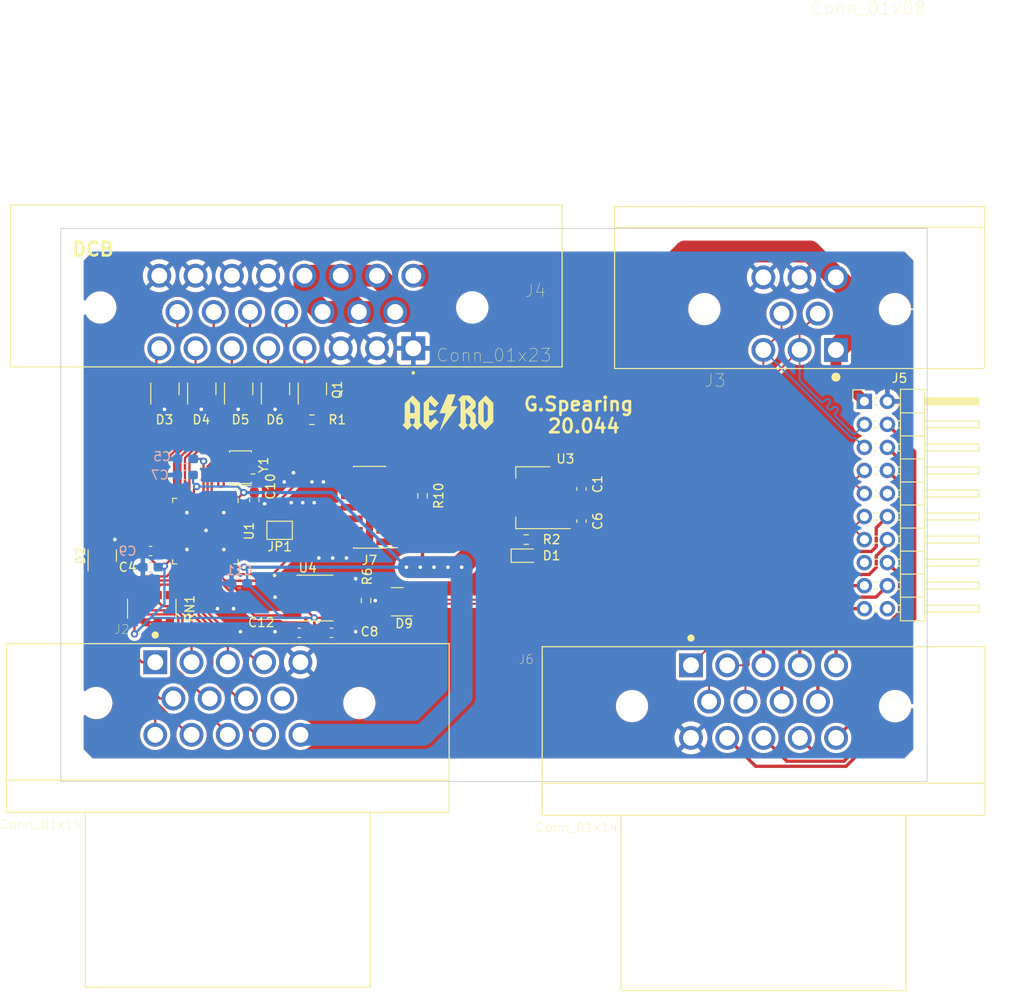
<source format=kicad_pcb>
(kicad_pcb (version 20211014) (generator pcbnew)
  (layers (0 "F.Cu" signal) (31 "B.Cu" signal) (34 "B.Paste" user) (35 "F.Paste" user) (36 "B.SilkS" user "B.Silkscreen") (37 "F.SilkS" user "F.Silkscreen") (38 "B.Mask" user) (39 "F.Mask" user) (44 "Edge.Cuts" user))
  (net 0 "")
  (net 1 "GND")
  (net 2 "+3V3")
  (net 3 "Net-(C5-Pad1)")
  (net 4 "+12V")
  (net 5 "Net-(U1-Pad5)")
  (net 6 "Net-(C4-Pad1)")
  (net 7 "A13_SWDIO")
  (net 8 "A14_SWCLK")
  (net 9 "B3_TRACESWO")
  (net 10 "/START_BTN")
  (net 11 "/RTD_LED")
  (net 12 "/IMD_LED")
  (net 13 "/AMS_LED")
  (net 14 "/POT_REGEN")
  (net 15 "/POT_BRAKE")
  (net 16 "/LCD_BTN")
  (net 17 "/LCD_SCL")
  (net 18 "/LCD_SDA")
  (net 19 "/SW_COOLING")
  (net 20 "/SW_DIRECTION")
  (net 21 "/CAN_N")
  (net 22 "/CAN_P")
  (net 23 "/WHEEL_L")
  (net 24 "/WHEEL_R")
  (net 25 "/PEDAL_1")
  (net 26 "/PEDAL_2")
  (net 27 "/SUSPENSION_L")
  (net 28 "/SUSPENSION_R")
  (net 29 "/BRAKE_1")
  (net 30 "/BRAKE_2")
  (net 31 "Net-(D1-Pad2)")
  (net 36 "Net-(U1-Pad6)")
  (net 37 "/RTD_IND_OUT")
  (net 45 "/12V_OUT")
  (net 46 "/CURRENT_GND")
  (net 47 "/5V_OUT")
  (net 48 "/CURRENT_3")
  (net 49 "/CURRENT_2")
  (net 50 "/CURRENT_1")
  (net 51 "/USB_GND")
  (net 52 "/USB_PWR")
  (net 53 "/USB_D-")
  (net 54 "/USB_D+")
  (net 55 "/Heater")
  (net 56 "/FAN")
  (net 57 "/BUZZER")
  (net 59 "/DISP+")
  (net 60 "/DISP-")
  (net 65 "Net-(J7-Pad11)")
  (net 69 "Net-(JP1-Pad2)")
  (net 70 "/RTD_IND_SIG")
  (net 71 "/CAN_RX")
  (net 72 "/CAN_TX")
  (footprint "AERO_Footprints:TE_1-770669-1_23pin_Horizontal" (layer "F.Cu") (at 102.362 89.408 180)
    (fp_text reference "J4")
    (fp_text value "Conn_01x23")
  )
  (footprint "Capacitor_SMD:C_0603_1608Metric_Pad1.08x0.95mm_HandSolder" (layer "F.Cu") (at 89.789 120.777 180)
    (fp_text reference "C12")
    (fp_text value "0.1u")
  )
  (footprint "Resistor_SMD:R_0603_1608Metric_Pad0.98x0.95mm_HandSolder" (layer "F.Cu") (at 97.155 117.221 -90)
    (fp_text reference "R6")
    (fp_text value "120")
  )
  (footprint "Resistor_SMD:R_0603_1608Metric_Pad0.98x0.95mm_HandSolder" (layer "F.Cu") (at 91.186 97.282)
    (fp_text reference "R1")
    (fp_text value "10k")
  )
  (footprint "Capacitor_SMD:C_0603_1608Metric_Pad1.08x0.95mm_HandSolder" (layer "F.Cu") (at 93.345 120.777)
    (fp_text reference "C8")
    (fp_text value "0.1u")
  )
  (footprint "AERO_Footprints:TE_1-776280-1_8pin_Horizontal" (layer "F.Cu") (at 144.948 85.09 180)
    (fp_text reference "J3")
    (fp_text value "Conn_01x08")
  )
  (footprint "Package_DFN_QFN:QFN-48-1EP_7x7mm_P0.5mm_EP5.6x5.6mm" (layer "F.Cu") (at 79.4392 109.5587 -90)
    (fp_text reference "U1")
    (fp_text value "STM32F413CGUx")
  )
  (footprint "AERO_Footprints:SOIC127P600X175-8N" (layer "F.Cu") (at 91.514 116.9416)
    (fp_text reference "U4")
    (fp_text value "MAX33054EASA+T")
  )
  (footprint "Capacitor_SMD:C_0603_1608Metric_Pad1.08x0.95mm_HandSolder" (layer "F.Cu") (at 120.904 104.902 -90)
    (fp_text reference "C1")
    (fp_text value ".1u")
  )
  (footprint "Resistor_SMD:R_Array_Convex_4x1206" (layer "F.Cu") (at 73.533 118.11 -90)
    (fp_text reference "RN1")
    (fp_text value "R_Pack04")
  )
  (footprint "Package_TO_SOT_SMD:SOT-23" (layer "F.Cu") (at 91.2368 93.8784 90)
    (fp_text reference "Q1")
    (fp_text value "2N7002")
  )
  (footprint "AERO_Footprints:TE_1-776266-1_14pin_Horizontal" (layer "F.Cu") (at 140.97 128.3535)
    (fp_text reference "J6")
    (fp_text value "Conn_01x14")
  )
  (footprint "Capacitor_SMD:C_0603_1608Metric_Pad1.08x0.95mm_HandSolder" (layer "F.Cu") (at 120.904 108.458 -90)
    (fp_text reference "C6")
    (fp_text value "10u")
  )
  (footprint "Jumper:SolderJumper-2_P1.3mm_Bridged_Pad1.0x1.5mm" (layer "F.Cu") (at 87.63 109.474 180)
    (fp_text reference "JP1")
    (fp_text value "SolderJumper_2_Bridged")
  )
  (footprint "Resistor_SMD:R_0603_1608Metric_Pad0.98x0.95mm_HandSolder" (layer "F.Cu") (at 114.808 110.49 180)
    (fp_text reference "R2")
    (fp_text value "330")
  )
  (footprint "Capacitor_SMD:C_0603_1608Metric_Pad1.08x0.95mm_HandSolder" (layer "F.Cu") (at 73.406 111.76 180)
    (fp_text reference "C4")
    (fp_text value "4.7u")
  )
  (footprint "AERO_Footprints:TE_1-776266-1_14pin_Horizontal" (layer "F.Cu") (at 81.915 128.016)
    (fp_text reference "J2")
    (fp_text value "Conn_01x14")
  )
  (footprint "Package_TO_SOT_SMD:SOT-223-3_TabPin2" (layer "F.Cu") (at 115.57 105.8755 180)
    (fp_text reference "U3")
    (fp_text value "LDL1117S33R")
  )
  (footprint "Connector_PinHeader_2.54mm:PinHeader_2x10_P2.54mm_Horizontal" (layer "F.Cu") (at 152.084 95.255)
    (fp_text reference "J5")
    (fp_text value "Conn_02x10_Counter_Clockwise")
  )
  (footprint "LED_SMD:LED_0603_1608Metric_Pad1.05x0.95mm_HandSolder" (layer "F.Cu") (at 114.808 112.268)
    (fp_text reference "D1")
    (fp_text value "LED")
  )
  (footprint "Package_TO_SOT_SMD:SOT-23" (layer "F.Cu") (at 87.1728 93.8784 90)
    (fp_text reference "D6")
    (fp_text value "SP0502BAHT")
  )
  (footprint "Package_TO_SOT_SMD:SOT-23" (layer "F.Cu") (at 79.0448 93.8784 90)
    (fp_text reference "D4")
    (fp_text value "SP0502BAHT")
  )
  (footprint "Package_TO_SOT_SMD:SOT-23" (layer "F.Cu") (at 100.584 117.348 180)
    (fp_text reference "D9")
    (fp_text value "DESD2CAN2SOQ-7")
  )
  (footprint "Capacitor_SMD:C_0603_1608Metric_Pad1.08x0.95mm_HandSolder" (layer "F.Cu") (at 84.836 106.172 -90)
    (fp_text reference "C10")
    (fp_text value "0.1u")
  )
  (footprint "Connector_PinHeader_1.27mm:PinHeader_2x07_P1.27mm_Vertical_SMD" (layer "F.Cu") (at 97.536 106.934 180)
    (fp_text reference "J7")
    (fp_text value "FTSH-107-01-F-DV-K")
  )
  (footprint "Package_TO_SOT_SMD:SOT-23" (layer "F.Cu") (at 68.072 112.268 90)
    (fp_text reference "D2")
    (fp_text value "SP0502BAHT")
  )
  (footprint "Package_TO_SOT_SMD:SOT-23" (layer "F.Cu") (at 83.1088 93.8784 90)
    (fp_text reference "D5")
    (fp_text value "SP0502BAHT")
  )
  (footprint "AERO_Footprints:Resonator_SMD_muRata_CSTxExxV-3Pin_3.0x1.1mm_HandSoldering" (layer "F.Cu") (at 83.312 102.5144 90)
    (fp_text reference "Y1")
    (fp_text value "CSTNE8M00")
  )
  (footprint "AERO_Footprints:AERO_Logo_10x4mm" (layer "F.Cu") (at 106.172 96.52)
    (fp_text reference "G***" hide)
    (fp_text value "LOGO" hide)
  )
  (footprint "Package_TO_SOT_SMD:SOT-23" (layer "F.Cu") (at 74.9808 93.8784 90)
    (fp_text reference "D3")
    (fp_text value "SP0502BAHT")
  )
  (footprint "Resistor_SMD:R_0603_1608Metric_Pad0.98x0.95mm_HandSolder" (layer "F.Cu") (at 103.378 105.664 90)
    (fp_text reference "R10")
    (fp_text value "100")
  )
  (footprint "Capacitor_SMD:C_0603_1608Metric_Pad1.08x0.95mm_HandSolder" (layer "B.Cu") (at 77.2425 101.6 180)
    (fp_text reference "C5")
    (fp_text value "0.1u")
  )
  (footprint "Capacitor_SMD:C_0603_1608Metric_Pad1.08x0.95mm_HandSolder" (layer "B.Cu") (at 77.216 103.378 180)
    (fp_text reference "C7")
    (fp_text value "0.1u")
  )
  (footprint "Capacitor_SMD:C_0603_1608Metric_Pad1.08x0.95mm_HandSolder" (layer "B.Cu") (at 73.406 113.538 180)
    (fp_text reference "C9")
    (fp_text value "0.1u")
  )
  (footprint "Capacitor_SMD:C_0603_1608Metric_Pad1.08x0.95mm_HandSolder" (layer "B.Cu") (at 83.185 115.316 180)
    (fp_text reference "C11")
    (fp_text value "0.1u")
  )
  (gr_rect (start 63.5 137.16) (end 159.004 76.2) (layer "Edge.Cuts") (width 0.1) (fill none))
  (gr_text "DCB" (at 67.056 78.486) (layer "F.SilkS") (effects (font (size 1.5 1.5) (thickness 0.3))))
  (gr_text "G.Spearing \n20.044" (at 121.158 96.774) (layer "F.SilkS") (effects (font (size 1.5 1.5) (thickness 0.3))))
  (segment (start 78.6892 108.8087) (end 79.4392 109.5587) (width 0.25) (layer "F.Cu") (net 1))
  (segment (start 81.6892 112.9962) (end 81.6892 111.8087) (width 0.254) (layer "F.Cu") (net 1))
  (segment (start 77.4072 111.5907) (end 79.4392 109.5587) (width 0.254) (layer "F.Cu") (net 1))
  (segment (start 81.6892 107.3087) (end 81.4712 107.5267) (width 0.254) (layer "F.Cu") (net 1))
  (segment (start 78.6892 106.1212) (end 78.6892 108.8087) (width 0.25) (layer "F.Cu") (net 1))
  (segment (start 82.8767 107.3087) (end 81.6892 107.3087) (width 0.254) (layer "F.Cu") (net 1))
  (segment (start 81.4712 111.5907) (end 79.4392 109.5587) (width 0.254) (layer "F.Cu") (net 1))
  (segment (start 79.51295 109.48495) (end 79.4392 109.5587) (width 0.254) (layer "F.Cu") (net 1))
  (segment (start 77.1892 111.8087) (end 79.4392 109.5587) (width 0.254) (layer "F.Cu") (net 1))
  (segment (start 81.4712 107.5267) (end 79.51295 109.48495) (width 0.254) (layer "F.Cu") (net 1))
  (segment (start 81.6892 111.8087) (end 79.4392 109.5587) (width 0.254) (layer "F.Cu") (net 1))
  (segment (start 76.0017 111.8087) (end 77.1892 111.8087) (width 0.254) (layer "F.Cu") (net 1))
  (via (at 74.93 96.139) (size 0.8) (drill 0.4) (layers "F.Cu" "B.Cu") (net 1))
  (via (at 88.138 104.14) (size 0.8) (drill 0.4) (layers "F.Cu" "B.Cu") (net 1))
  (via (at 78.994 96.139) (size 0.8) (drill 0.4) (layers "F.Cu" "B.Cu") (net 1))
  (via (at 83.058 96.139) (size 0.8) (drill 0.4) (layers "F.Cu" "B.Cu") (net 1))
  (via (at 83.312 120.65) (size 0.8) (drill 0.4) (layers "F.Cu" "B.Cu") (net 1))
  (via (at 96.012 120.65) (size 0.8) (drill 0.4) (layers "F.Cu" "B.Cu") (net 1))
  (via (at 91.948 112.522) (size 0.8) (drill 0.4) (layers "F.Cu" "B.Cu") (net 1))
  (via (at 91.186 104.14) (size 0.8) (drill 0.4) (layers "F.Cu" "B.Cu") (net 1))
  (via (at 81.4712 107.5267) (size 0.8) (drill 0.4) (layers "F.Cu" "B.Cu") (net 1))
  (via (at 69.469 110.49) (size 0.8) (drill 0.4) (layers "F.Cu" "B.Cu") (net 1))
  (via (at 94.996 112.522) (size 0.8) (drill 0.4) (layers "F.Cu" "B.Cu") (net 1))
  (via (at 77.4072 111.5907) (size 0.8) (drill 0.4) (layers "F.Cu" "B.Cu") (net 1))
  (via (at 88.9 106.426) (size 0.8) (drill 0.4) (layers "F.Cu" "B.Cu") (net 1))
  (via (at 79.51295 109.48495) (size 0.8) (drill 0.4) (layers "F.Cu" "B.Cu") (net 1))
  (via (at 93.472 112.522) (size 0.8) (drill 0.4) (layers "F.Cu" "B.Cu") (net 1))
  (via (at 87.122 116.84) (size 0.8) (drill 0.4) (layers "F.Cu" "B.Cu") (net 1))
  (via (at 98.171 117.221) (size 0.8) (drill 0.4) (layers "F.Cu" "B.Cu") (net 1))
  (via (at 89.154 103.124) (size 0.8) (drill 0.4) (layers "F.Cu" "B.Cu") (net 1))
  (via (at 92.456 104.14) (size 0.8) (drill 0.4) (layers "F.Cu" "B.Cu") (net 1))
  (via (at 77.4072 107.5267) (size 0.8) (drill 0.4) (layers "F.Cu" "B.Cu") (net 1))
  (via (at 81.4712 111.5907) (size 0.8) (drill 0.4) (layers "F.Cu" "B.Cu") (net 1))
  (via (at 91.44 106.426) (size 0.8) (drill 0.4) (layers "F.Cu" "B.Cu") (net 1))
  (via (at 96.012 114.808) (size 0.8) (drill 0.4) (layers "F.Cu" "B.Cu") (net 1))
  (via (at 90.17 106.426) (size 0.8) (drill 0.4) (layers "F.Cu" "B.Cu") (net 1))
  (via (at 80.772 118.11) (size 0.8) (drill 0.4) (layers "F.Cu" "B.Cu") (net 1))
  (via (at 82.55 118.11) (size 0.8) (drill 0.4) (layers "F.Cu" "B.Cu") (net 1))
  (via (at 87.122 120.65) (size 0.8) (drill 0.4) (layers "F.Cu" "B.Cu") (net 1))
  (via (at 87.122 96.139) (size 0.8) (drill 0.4) (layers "F.Cu" "B.Cu") (net 1))
  (via (at 85.979 106.553) (size 0.8) (drill 0.4) (layers "F.Cu" "B.Cu") (net 1))
  (segment (start 112.42 108.56) (end 108.458 112.522) (width 2.4) (layer "F.Cu") (net 2))
  (segment (start 100.362 85.408) (end 92.362 85.408) (width 2.4) (layer "F.Cu") (net 2))
  (segment (start 112.42 105.8755) (end 112.42 94.041978) (width 2.4) (layer "F.Cu") (net 2))
  (segment (start 103.786022 85.408) (end 100.362 85.408) (width 2.4) (layer "F.Cu") (net 2))
  (segment (start 113.8955 108.6085) (end 116.6285 105.8755) (width 0.36) (layer "F.Cu") (net 2))
  (segment (start 71.628 120.904) (end 71.628 119.705) (width 0.254) (layer "F.Cu") (net 2))
  (segment (start 107.442 113.538) (end 101.854 113.538) (width 2.4) (layer "F.Cu") (net 2))
  (segment (start 90.362 81.408) (end 90.362 83.408) (width 2.4) (layer "F.Cu") (net 2))
  (segment (start 82.8767 106.0993) (end 82.8767 106.8087) (width 0.25) (layer "F.Cu") (net 2))
  (segment (start 84.836 105.3095) (end 83.6665 105.3095) (width 0.25) (layer "F.Cu") (net 2))
  (segment (start 71.533 119.61) (end 75.533 119.61) (width 0.254) (layer "F.Cu") (net 2))
  (segment (start 98.362 81.408) (end 90.362 81.408) (width 2.4) (layer "F.Cu") (net 2))
  (segment (start 112.42 105.8755) (end 112.42 108.56) (width 2.4) (layer "F.Cu") (net 2))
  (segment (start 89.8906 117.5766) (end 89.039 117.5766) (width 0.254) (layer "F.Cu") (net 2))
  (segment (start 83.693 113.538) (end 82.731 113.538) (width 0.254) (layer "F.Cu") (net 2))
  (segment (start 91.44 119.7345) (end 92.4825 120.777) (width 0.254) (layer "F.Cu") (net 2))
  (segment (start 100.362 83.408) (end 98.362 81.408) (width 2.4) (layer "F.Cu") (net 2))
  (segment (start 74.1945 113.411) (end 72.5435 111.76) (width 0.254) (layer "F.Cu") (net 2))
  (segment (start 120.904 107.5955) (end 120.44 107.5955) (width 0.36) (layer "F.Cu") (net 2))
  (segment (start 103.378 111.252) (end 101.6 109.474) (width 0.36) (layer "F.Cu") (net 2))
  (segment (start 100.362 85.408) (end 100.362 83.408) (width 2.4) (layer "F.Cu") (net 2))
  (segment (start 103.378 113.538) (end 103.378 111.252) (width 0.36) (layer "F.Cu") (net 2))
  (segment (start 93.7096 119.126) (end 93.989 118.8466) (width 0.254) (layer "F.Cu") (net 2))
  (segment (start 94.362 81.408) (end 94.362 83.408) (width 2.4) (layer "F.Cu") (net 2))
  (segment (start 71.628 119.705) (end 71.533 119.61) (width 0.254) (layer "F.Cu") (net 2))
  (segment (start 91.44 119.126) (end 91.44 119.7345) (width 0.254) (layer "F.Cu") (net 2))
  (segment (start 108.458 112.522) (end 107.442 113.538) (width 2.4) (layer "F.Cu") (net 2))
  (segment (start 74.93 113.411) (end 74.1945 113.411) (width 0.254) (layer "F.Cu") (net 2))
  (segment (start 107.696 113.284) (end 107.442 113.538) (width 2.4) (layer "F.Cu") (net 2))
  (segment (start 116.6285 105.8755) (end 118.72 105.8755) (width 0.36) (layer "F.Cu") (net 2))
  (segment (start 90.362 83.408) (end 92.362 85.408) (width 2.4) (layer "F.Cu") (net 2))
  (segment (start 113.8955 110.49) (end 113.8955 108.6085) (width 0.36) (layer "F.Cu") (net 2))
  (segment (start 78.1892 104.9448) (end 78.1892 106.1212) (width 0.25) (layer "F.Cu") (net 2))
  (segment (start 83.6665 105.3095) (end 82.8767 106.0993) (width 0.25) (layer "F.Cu") (net 2))
  (segment (start 108.458 112.522) (end 107.696 113.284) (width 2.4) (layer "F.Cu") (net 2))
  (segment (start 101.6 109.474) (end 99.486 109.474) (width 0.36) (layer "F.Cu") (net 2))
  (segment (start 74.93 113.411) (end 74.93 113.3804) (width 0.254) (layer "F.Cu") (net 2))
  (segment (start 91.44 119.9885) (end 90.6515 120.777) (width 0.254) (layer "F.Cu") (net 2))
  (segment (start 91.44 119.126) (end 93.7096 119.126) (width 0.254) (layer "F.Cu") (net 2))
  (segment (start 91.44 119.126) (end 91.44 119.9885) (width 0.254) (layer "F.Cu") (net 2))
  (segment (start 112.42 94.041978) (end 103.786022 85.408) (width 2.4) (layer "F.Cu") (net 2))
  (segment (start 82.731 113.538) (end 82.1892 112.9962) (width 0.254) (layer "F.Cu") (net 2))
  (segment (start 107.442 113.538) (end 106.68 113.538) (width 2.4) (layer "F.Cu") (net 2))
  (segment (start 94.362 83.408) (end 96.362 85.408) (width 2.4) (layer "F.Cu") (net 2))
  (segment (start 78.486 104.648) (end 78.1892 104.9448) (width 0.25) (layer "F.Cu") (net 2))
  (segment (start 120.44 107.5955) (end 118.72 105.8755) (width 0.36) (layer "F.Cu") (net 2))
  (segment (start 91.44 119.126) (end 89.8906 117.5766) (width 0.254) (layer "F.Cu") (net 2))
  (segment (start 74.93 113.3804) (end 76.0017 112.3087) (width 0.254) (layer "F.Cu") (net 2))
  (segment (start 118.72 105.8755) (end 112.42 105.8755) (width 1.2) (layer "F.Cu") (net 2))
  (via (at 78.486 104.648) (size 0.8) (drill 0.4) (layers "F.Cu" "B.Cu") (net 2))
  (via (at 106.172 113.538) (size 0.8) (drill 0.4) (layers "F.Cu" "B.Cu") (net 2))
  (via (at 101.6 113.538) (size 0.8) (drill 0.4) (layers "F.Cu" "B.Cu") (net 2))
  (via (at 83.6665 105.3095) (size 0.8) (drill 0.4) (layers "F.Cu" "B.Cu") (net 2))
  (via (at 104.648 113.538) (size 0.8) (drill 0.4) (layers "F.Cu" "B.Cu") (net 2))
  (via (at 71.628 120.904) (size 0.8) (drill 0.4) (layers "F.Cu" "B.Cu") (net 2))
  (via (at 107.696 113.538) (size 0.8) (drill 0.4) (layers "F.Cu" "B.Cu") (net 2))
  (via (at 103.124 113.538) (size 0.8) (drill 0.4) (layers "F.Cu" "B.Cu") (net 2))
  (via (at 91.44 119.126) (size 0.8) (drill 0.4) (layers "F.Cu" "B.Cu") (net 2))
  (via (at 83.693 113.538) (size 0.8) (drill 0.4) (layers "F.Cu" "B.Cu") (net 2))
  (via (at 74.93 113.411) (size 0.8) (drill 0.4) (layers "F.Cu" "B.Cu") (net 2))
  (segment (start 103.442 132.016) (end 107.696 127.762) (width 2.4) (layer "B.Cu") (net 2))
  (segment (start 103.378 113.538) (end 102.362 113.538) (width 0.36) (layer "B.Cu") (net 2))
  (segment (start 102.362 113.538) (end 101.854 113.538) (width 0.36) (layer "B.Cu") (net 2))
  (segment (start 74.93 117.602) (end 71.628 120.904) (width 0.254) (layer "B.Cu") (net 2))
  (segment (start 101.854 113.538) (end 83.693 113.538) (width 0.36) (layer "B.Cu") (net 2))
  (segment (start 101.6 113.538) (end 93.3715 105.3095) (width 0.36) (layer "B.Cu") (net 2))
  (segment (start 93.3715 105.3095) (end 83.6665 105.3095) (width 0.36) (layer "B.Cu") (net 2))
  (segment (start 73.406 119.126) (end 71.628 120.904) (width 0.254) (layer "B.Cu") (net 2))
  (segment (start 84.0475 115.316) (end 84.0475 113.8925) (width 0.254) (layer "B.Cu") (net 2))
  (segment (start 84.0475 113.8925) (end 83.693 113.538) (width 0.254) (layer "B.Cu") (net 2))
  (segment (start 104.648 113.538) (end 105.664 113.538) (width 2.4) (layer "B.Cu") (net 2))
  (segment (start 103.378 113.538) (end 101.854 113.538) (width 2.4) (layer "B.Cu") (net 2))
  (segment (start 78.486 104.648) (end 83.005 104.648) (width 0.25) (layer "B.Cu") (net 2))
  (segment (start 87.8575 119.126) (end 91.44 119.126) (width 0.254) (layer "B.Cu") (net 2))
  (segment (start 74.2685 113.538) (end 74.803 113.538) (width 0.254) (layer "B.Cu") (net 2))
  (segment (start 78.0785 104.2405) (end 78.486 104.648) (width 0.25) (layer "B.Cu") (net 2))
  (segment (start 107.696 127.762) (end 107.696 113.284) (width 2.4) (layer "B.Cu") (net 2))
  (segment (start 103.378 113.538) (end 104.648 113.538) (width 2.4) (layer "B.Cu") (net 2))
  (segment (start 105.664 113.538) (end 106.68 113.538) (width 2.4) (layer "B.Cu") (net 2))
  (segment (start 83.005 104.648) (end 83.6665 105.3095) (width 0.25) (layer "B.Cu") (net 2))
  (segment (start 74.93 113.411) (end 74.93 117.602) (width 0.254) (layer "B.Cu") (net 2))
  (segment (start 89.915 132.016) (end 103.442 132.016) (width 2.4) (layer "B.Cu") (net 2))
  (segment (start 87.8575 119.126) (end 73.406 119.126) (width 0.254) (layer "B.Cu") (net 2))
  (segment (start 84.0475 115.316) (end 87.8575 119.126) (width 0.254) (layer "B.Cu") (net 2))
  (segment (start 78.0785 103.378) (end 78.0785 104.2405) (width 0.25) (layer "B.Cu") (net 2))
  (segment (start 79.23968 106.07072) (end 79.23968 101.86232) (width 0.25) (layer "F.Cu") (net 3))
  (segment (start 79.23968 101.86232) (end 79.248 101.854) (width 0.25) (layer "F.Cu") (net 3))
  (segment (start 79.1892 106.1212) (end 79.23968 106.07072) (width 0.25) (layer "F.Cu") (net 3))
  (via (at 79.248 101.854) (size 0.8) (drill 0.4) (layers "F.Cu" "B.Cu") (net 3))
  (segment (start 78.994 101.6) (end 79.248 101.854) (width 0.25) (layer "B.Cu") (net 3))
  (segment (start 78.105 101.6) (end 78.994 101.6) (width 0.25) (layer "B.Cu") (net 3))
  (segment (start 129.794 81.28) (end 129.794 94.996) (width 2.4) (layer "F.Cu") (net 4))
  (segment (start 148.948 92.119) (end 152.084 95.255) (width 1.2) (layer "F.Cu") (net 4))
  (segment (start 131.572 79.502) (end 129.794 81.28) (width 2.4) (layer "F.Cu") (net 4))
  (segment (start 132.334 78.74) (end 131.572 79.502) (width 2.4) (layer "F.Cu") (net 4))
  (segment (start 148.948 89.59) (end 148.948 92.119) (width 1.2) (layer "F.Cu") (net 4))
  (segment (start 121.2145 103.5755) (end 118.72 103.5755) (width 2.4) (layer "F.Cu") (net 4))
  (segment (start 129.794 94.996) (end 121.2145 103.5755) (width 2.4) (layer "F.Cu") (net 4))
  (segment (start 146.098 78.74) (end 132.334 78.74) (width 2.4) (layer "F.Cu") (net 4))
  (segment (start 148.948 81.59) (end 150.876 83.518) (width 2.4) (layer "F.Cu") (net 4))
  (segment (start 148.948 81.59) (end 146.098 78.74) (width 2.4) (layer "F.Cu") (net 4))
  (segment (start 150.876 87.662) (end 148.948 89.59) (width 2.4) (layer "F.Cu") (net 4))
  (segment (start 129.666 81.408) (end 131.572 79.502) (width 2.4) (layer "F.Cu") (net 4))
  (segment (start 150.876 83.518) (end 150.876 87.662) (width 2.4) (layer "F.Cu") (net 4))
  (segment (start 102.362 81.408) (end 129.666 81.408) (width 2.4) (layer "F.Cu") (net 4))
  (segment (start 82.597458 103.7144) (end 83.312 103.7144) (width 0.25) (layer "F.Cu") (net 5))
  (segment (start 80.13872 106.07072) (end 80.13872 104.14) (width 0.25) (layer "F.Cu") (net 5))
  (segment (start 81.46432 104.392076) (end 81.46432 104.0144) (width 0.25) (layer "F.Cu") (net 5))
  (segment (start 81.46432 104.0144) (end 81.46432 103.386724) (width 0.25) (layer "F.Cu") (net 5))
  (segment (start 82.36432 103.7144) (end 82.597458 103.7144) (width 0.25) (layer "F.Cu") (net 5))
  (segment (start 80.86432 104.0144) (end 80.86432 104.392076) (width 0.25) (layer "F.Cu") (net 5))
  (segment (start 80.13872 104.14) (end 80.56432 103.7144) (width 0.25) (layer "F.Cu") (net 5))
  (segment (start 82.06432 103.386724) (end 82.06432 103.4144) (width 0.25) (layer "F.Cu") (net 5))
  (segment (start 80.1892 106.1212) (end 80.13872 106.07072) (width 0.25) (layer "F.Cu") (net 5))
  (arc (start 81.76432 103.086724) (mid 81.976452 103.174592) (end 82.06432 103.386724) (width 0.25) (layer "F.Cu") (net 5))
  (arc (start 80.86432 104.392076) (mid 80.952188 104.604208) (end 81.16432 104.692076) (width 0.25) (layer "F.Cu") (net 5))
  (arc (start 81.46432 103.386724) (mid 81.552188 103.174592) (end 81.76432 103.086724) (width 0.25) (layer "F.Cu") (net 5))
  (arc (start 82.06432 103.4144) (mid 82.152188 103.626532) (end 82.36432 103.7144) (width 0.25) (layer "F.Cu") (net 5))
  (arc (start 80.56432 103.7144) (mid 80.776452 103.802268) (end 80.86432 104.0144) (width 0.25) (layer "F.Cu") (net 5))
  (arc (start 81.16432 104.692076) (mid 81.376452 104.604208) (end 81.46432 104.392076) (width 0.25) (layer "F.Cu") (net 5))
  (segment (start 76.0017 111.3087) (end 74.7198 111.3087) (width 0.254) (layer "F.Cu") (net 6))
  (segment (start 74.7198 111.3087) (end 74.2685 111.76) (width 0.254) (layer "F.Cu") (net 6))
  (segment (start 81.1892 113.7012) (end 81.788 114.3) (width 0.254) (layer "F.Cu") (net 7))
  (segment (start 81.788 114.3) (end 86.880748 114.3) (width 0.254) (layer "F.Cu") (net 7))
  (segment (start 86.880748 114.3) (end 91.706748 109.474) (width 0.254) (layer "F.Cu") (net 7))
  (segment (start 91.706748 109.474) (end 95.586 109.474) (width 0.254) (layer "F.Cu") (net 7))
  (segment (start 81.1892 112.9962) (end 81.1892 113.7012) (width 0.254) (layer "F.Cu") (net 7))
  (segment (start 92.335374 108.204) (end 95.586 108.204) (width 0.254) (layer "F.Cu") (net 8))
  (segment (start 88.230674 112.3087) (end 92.335374 108.204) (width 0.254) (layer "F.Cu") (net 8))
  (segment (start 82.8767 112.3087) (end 88.230674 112.3087) (width 0.254) (layer "F.Cu") (net 8))
  (segment (start 92.964 106.934) (end 95.586 106.934) (width 0.254) (layer "F.Cu") (net 9))
  (segment (start 82.8767 111.3087) (end 88.5893 111.3087) (width 0.254) (layer "F.Cu") (net 9))
  (segment (start 88.5893 111.3087) (end 92.964 106.934) (width 0.254) (layer "F.Cu") (net 9))
  (segment (start 75.862122 116.61) (end 79.744924 120.492802) (width 0.254) (layer "F.Cu") (net 10))
  (segment (start 75.533 116.61) (end 75.862122 116.61) (width 0.254) (layer "F.Cu") (net 10))
  (segment (start 78.1892 112.9962) (end 78.1892 113.9538) (width 0.254) (layer "F.Cu") (net 10))
  (segment (start 79.744924 120.492802) (end 79.744924 125.401011) (width 0.254) (layer "F.Cu") (net 10))
  (segment (start 79.744924 125.401011) (end 81.788 127.444087) (width 0.254) (layer "F.Cu") (net 10))
  (segment (start 81.788 128.778) (end 85.026 132.016) (width 0.254) (layer "F.Cu") (net 10))
  (segment (start 78.1892 113.9538) (end 75.533 116.61) (width 0.254) (layer "F.Cu") (net 10))
  (segment (start 81.788 127.444087) (end 81.788 128.778) (width 0.254) (layer "F.Cu") (net 10))
  (segment (start 74.042 124.016) (end 72.454 124.016) (width 0.254) (layer "F.Cu") (net 11))
  (segment (start 70.612 122.174) (end 70.612 112.268) (width 0.254) (layer "F.Cu") (net 11))
  (segment (start 72.0713 110.8087) (end 76.0017 110.8087) (width 0.254) (layer "F.Cu") (net 11))
  (segment (start 70.612 112.268) (end 72.0713 110.8087) (width 0.254) (layer "F.Cu") (net 11))
  (segment (start 72.454 124.016) (end 70.612 122.174) (width 0.254) (layer "F.Cu") (net 11))
  (segment (start 70.16048 112.080974) (end 71.932754 110.3087) (width 0.25) (layer "F.Cu") (net 12))
  (segment (start 74.422 128.016) (end 70.16048 123.75448) (width 0.25) (layer "F.Cu") (net 12))
  (segment (start 70.16048 123.75448) (end 70.16048 112.080974) (width 0.25) (layer "F.Cu") (net 12))
  (segment (start 71.932754 110.3087) (end 76.0017 110.3087) (width 0.25) (layer "F.Cu") (net 12))
  (segment (start 75.915 128.016) (end 74.422 128.016) (width 0.25) (layer "F.Cu") (net 12))
  (segment (start 79.64272 113.04268) (end 79.64272 118.466476) (width 0.254) (layer "F.Cu") (net 13))
  (segment (start 85.192244 124.016) (end 85.915 124.016) (width 0.254) (layer "F.Cu") (net 13))
  (segment (start 79.6892 112.9962) (end 79.64272 113.04268) (width 0.254) (layer "F.Cu") (net 13))
  (segment (start 79.64272 118.466476) (end 85.192244 124.016) (width 0.254) (layer "F.Cu") (net 13))
  (segment (start 73.915 128.966802) (end 67.122 122.173802) (width 0.25) (layer "F.Cu") (net 14))
  (segment (start 67.9833 109.3087) (end 76.0017 109.3087) (width 0.25) (layer "F.Cu") (net 14))
  (segment (start 67.122 110.17) (end 67.9833 109.3087) (width 0.25) (layer "F.Cu") (net 14))
  (segment (start 73.915 132.016) (end 73.915 128.966802) (width 0.25) (layer "F.Cu") (net 14))
  (segment (start 67.122 113.2055) (end 67.122 110.17) (width 0.25) (layer "F.Cu") (net 14))
  (segment (start 67.122 122.173802) (end 67.122 113.2055) (width 0.25) (layer "F.Cu") (net 14))
  (segment (start 69.022 113.2055) (end 69.022 112.583737) (width 0.25) (layer "F.Cu") (net 15))
  (segment (start 69.022 123.438084) (end 69.022 113.2055) (width 0.25) (layer "F.Cu") (net 15))
  (segment (start 77.406 132.016) (end 78.042 132.016) (width 0.254) (layer "F.Cu") (net 15))
  (segment (start 77.599916 132.016) (end 69.022 123.438084) (width 0.25) (layer "F.Cu") (net 15))
  (segment (start 77.915 132.016) (end 77.599916 132.016) (width 0.25) (layer "F.Cu") (net 15))
  (segment (start 71.797037 109.8087) (end 76.0017 109.8087) (width 0.25) (layer "F.Cu") (net 15))
  (segment (start 69.022 112.583737) (end 71.797037 109.8087) (width 0.25) (layer "F.Cu") (net 15))
  (segment (start 77.915 119.304252) (end 77.915 124.016) (width 0.254) (layer "F.Cu") (net 16))
  (segment (start 74.53096 115.46104) (end 74.193 115.799) (width 0.254) (layer "F.Cu") (net 16))
  (segment (start 74.71696 117.83796) (end 76.448708 117.83796) (width 0.254) (layer "F.Cu") (net 16))
  (segment (start 77.6892 113.625231) (end 75.853391 115.46104) (width 0.254) (layer "F.Cu") (net 16))
  (segment (start 77.6892 112.9962) (end 77.6892 113.625231) (width 0.254) (layer "F.Cu") (net 16))
  (segment (start 75.853391 115.46104) (end 74.53096 115.46104) (width 0.254) (layer "F.Cu") (net 16))
  (segment (start 74.193 116.61) (end 74.193 117.314) (width 0.254) (layer "F.Cu") (net 16))
  (segment (start 76.448708 117.83796) (end 77.915 119.304252) (width 0.254) (layer "F.Cu") (net 16))
  (segment (start 74.193 117.314) (end 74.71696 117.83796) (width 0.254) (layer "F.Cu") (net 16))
  (segment (start 74.193 115.799) (end 74.193 116.61) (width 0.254) (layer "F.Cu") (net 16))
  (segment (start 79.1892 118.65433) (end 79.1892 112.9962) (width 0.254) (layer "F.Cu") (net 17))
  (segment (start 81.915 121.38013) (end 79.1892 118.65433) (width 0.254) (layer "F.Cu") (net 17))
  (segment (start 81.915 124.016) (end 81.915 121.38013) (width 0.254) (layer "F.Cu") (net 17))
  (segment (start 78.6892 118.795704) (end 78.6892 112.9962) (width 0.254) (layer "F.Cu") (net 18))
  (segment (start 80.198444 125.156444) (end 80.198444 120.304948) (width 0.254) (layer "F.Cu") (net 18))
  (segment (start 84.042 128.016) (end 83.058 128.016) (width 0.254) (layer "F.Cu") (net 18))
  (segment (start 80.198444 120.304948) (end 78.6892 118.795704) (width 0.254) (layer "F.Cu") (net 18))
  (segment (start 83.058 128.016) (end 80.198444 125.156444) (width 0.254) (layer "F.Cu") (net 18))
  (segment (start 72.263 118.745) (end 76.073 118.745) (width 0.254) (layer "F.Cu") (net 19))
  (segment (start 71.533 115.411) (end 71.533 116.61) (width 0.254) (layer "F.Cu") (net 19))
  (segment (start 71.533 116.61) (end 71.533 118.015) (width 0.254) (layer "F.Cu") (net 19))
  (segment (start 75.692 125.349) (end 77.723087 127.380087) (width 0.254) (layer "F.Cu") (net 19))
  (segment (start 72.39 114.554) (end 71.533 115.411) (width 0.254) (layer "F.Cu") (net 19))
  (segment (start 78.560989 130.376989) (end 80.402989 130.376989) (width 0.254) (layer "F.Cu") (net 19))
  (segment (start 75.184 114.554) (end 72.39 114.554) (width 0.254) (layer "F.Cu") (net 19))
  (segment (start 76.6892 112.9962) (end 76.6892 113.0488) (width 0.254) (layer "F.Cu") (net 19))
  (segment (start 80.402989 130.376989) (end 82.042 132.016) (width 0.254) (layer "F.Cu") (net 19))
  (segment (start 76.454 119.126) (end 76.454 120.523) (width 0.254) (layer "F.Cu") (net 19))
  (segment (start 77.724 127.380087) (end 77.724 129.54) (width 0.254) (layer "F.Cu") (net 19))
  (segment (start 77.724 129.54) (end 78.560989 130.376989) (width 0.254) (layer "F.Cu") (net 19))
  (segment (start 76.073 118.745) (end 76.454 119.126) (width 0.254) (layer "F.Cu") (net 19))
  (segment (start 71.533 118.015) (end 72.263 118.745) (width 0.254) (layer "F.Cu") (net 19))
  (segment (start 76.454 120.523) (end 75.692 121.285) (width 0.254) (layer "F.Cu") (net 19))
  (segment (start 76.6892 113.0488) (end 75.184 114.554) (width 0.254) (layer "F.Cu") (net 19))
  (segment (start 75.692 121.285) (end 75.692 125.349) (width 0.254) (layer "F.Cu") (net 19))
  (segment (start 77.723087 127.380087) (end 77.724 127.380087) (width 0.254) (layer "F.Cu") (net 19))
  (segment (start 73.07948 115.00752) (end 75.665537 115.00752) (width 0.254) (layer "F.Cu") (net 20))
  (segment (start 72.873 116.61) (end 72.873 115.214) (width 0.254) (layer "F.Cu") (net 20))
  (segment (start 72.873 116.61) (end 72.873 117.958) (width 0.254) (layer "F.Cu") (net 20))
  (segment (start 76.14552 124.65952) (end 79.502 128.016) (width 0.254) (layer "F.Cu") (net 20))
  (segment (start 77.1892 113.483857) (end 77.1892 112.9962) (width 0.254) (layer "F.Cu") (net 20))
  (segment (start 76.90752 118.938146) (end 76.90752 120.710854) (width 0.254) (layer "F.Cu") (net 20))
  (segment (start 76.14552 121.472854) (end 76.14552 124.65952) (width 0.254) (layer "F.Cu") (net 20))
  (segment (start 72.873 115.214) (end 73.07948 115.00752) (width 0.254) (layer "F.Cu") (net 20))
  (segment (start 76.260854 118.29148) (end 76.90752 118.938146) (width 0.254) (layer "F.Cu") (net 20))
  (segment (start 75.665537 115.00752) (end 77.1892 113.483857) (width 0.254) (layer "F.Cu") (net 20))
  (segment (start 73.20648 118.29148) (end 76.260854 118.29148) (width 0.254) (layer "F.Cu") (net 20))
  (segment (start 76.90752 120.710854) (end 76.14552 121.472854) (width 0.254) (layer "F.Cu") (net 20))
  (segment (start 79.502 128.016) (end 79.915 128.016) (width 0.254) (layer "F.Cu") (net 20))
  (segment (start 72.873 117.958) (end 73.20648 118.29148) (width 0.254) (layer "F.Cu") (net 20))
  (segment (start 137.639 114.1392) (end 134.205199 117.573001) (width 0.2) (layer "F.Cu") (net 21))
  (segment (start 144.948 87.59) (end 146.948 85.59) (width 0.2) (layer "F.Cu") (net 21))
  (segment (start 134.205199 117.573001) (end 102.246499 117.573001) (width 0.2) (layer "F.Cu") (net 21))
  (segment (start 144.948 89.59) (end 144.948 87.59) (width 0.2) (layer "F.Cu") (net 21))
  (segment (start 93.989 117.5766) (end 96.5981 117.5766) (width 0.254) (layer "F.Cu") (net 21))
  (segment (start 97.155 118.1335) (end 101.357 118.1335) (width 0.254) (layer "F.Cu") (net 21))
  (segment (start 102.246499 117.573001) (end 101.5215 118.298) (width 0.2) (layer "F.Cu") (net 21))
  (segment (start 101.357 118.1335) (end 101.5215 118.298) (width 0.254) (layer "F.Cu") (net 21))
  (segment (start 137.639 96.899) (end 137.639 114.1392) (width 0.2) (layer "F.Cu") (net 21))
  (segment (start 96.5981 117.5766) (end 97.155 118.1335) (width 0.254) (layer "F.Cu") (net 21))
  (segment (start 144.948 89.59) (end 137.639 96.899) (width 0.2) (layer "F.Cu") (net 21))
  (segment (start 148.084669 95.666007) (end 148.234247 95.516428) (width 0.2) (layer "B.Cu") (net 21))
  (segment (start 147.236139 95.241742) (end 147.23614 95.241743) (width 0.2) (layer "B.Cu") (net 21))
  (segment (start 151.039001 98.839999) (end 150.834396 98.839999) (width 0.2) (layer "B.Cu") (net 21))
  (segment (start 148.933197 96.514536) (end 148.933198 96.514536) (width 0.2) (layer "B.Cu") (net 21))
  (segment (start 148.658511 95.940693) (end 148.508932 96.090271) (width 0.2) (layer "B.Cu") (net 21))
  (segment (start 148.658511 95.940692) (end 148.658511 95.940693) (width 0.2) (layer "B.Cu") (net 21))
  (segment (start 147.809982 95.092163) (end 147.809982 95.092164) (width 0.2) (layer "B.Cu") (net 21))
  (segment (start 152.084 97.795) (end 151.039001 98.839999) (width 0.2) (layer "B.Cu") (net 21))
  (segment (start 147.23614 95.241743) (end 144.948 92.953603) (width 0.2) (layer "B.Cu") (net 21))
  (segment (start 144.948 92.953603) (end 144.948 89.59) (width 0.2) (layer "B.Cu") (net 21))
  (segment (start 150.834396 98.839999) (end 148.933198 96.938801) (width 0.2) (layer "B.Cu") (net 21))
  (segment (start 147.809982 95.092164) (end 147.660403 95.241742) (width 0.2) (layer "B.Cu") (net 21))
  (segment (start 148.933198 96.514536) (end 149.082776 96.364957) (width 0.2) (layer "B.Cu") (net 21))
  (segment (start 148.084668 95.666007) (end 148.084669 95.666007) (width 0.2) (layer "B.Cu") (net 21))
  (segment (start 148.084668 96.090271) (end 148.084669 96.090272) (width 0.2) (layer "B.Cu") (net 21))
  (arc (start 148.084669 96.090272) (mid 147.9968 95.87814) (end 148.084668 95.666007) (width 0.2) (layer "B.Cu") (net 21))
  (arc (start 148.234247 95.516428) (mid 148.322115 95.304296) (end 148.234247 95.092164) (width 0.2) (layer "B.Cu") (net 21))
  (arc (start 149.082776 96.364957) (mid 149.170644 96.152825) (end 149.082776 95.940693) (width 0.2) (layer "B.Cu") (net 21))
  (arc (start 148.933198 96.938801) (mid 148.845329 96.726669) (end 148.933197 96.514536) (width 0.2) (layer "B.Cu") (net 21))
  (arc (start 147.660403 95.241742) (mid 147.448271 95.32961) (end 147.236139 95.241742) (width 0.2) (layer "B.Cu") (net 21))
  (arc (start 149.082776 95.940693) (mid 148.870644 95.852824) (end 148.658511 95.940692) (width 0.2) (layer "B.Cu") (net 21))
  (arc (start 148.508932 96.090271) (mid 148.2968 96.178139) (end 148.084668 96.090271) (width 0.2) (layer "B.Cu") (net 21))
  (arc (start 148.234247 95.092164) (mid 148.022115 95.004295) (end 147.809982 95.092163) (width 0.2) (layer "B.Cu") (net 21))
  (segment (start 140.275535 93.201802) (end 140.275536 93.201802) (width 0.2) (layer "F.Cu") (net 22))
  (segment (start 139.002742 94.898858) (end 139.002743 94.898859) (width 0.2) (layer "F.Cu") (net 22))
  (segment (start 137.189 113.9528) (end 134.018801 117.122999) (width 0.2) (layer "F.Cu") (net 22))
  (segment (start 93.9909 116.3085) (end 93.989 116.3066) (width 0.2) (layer "F.Cu") (net 22))
  (segment (start 97.155 116.3085) (end 93.9909 116.3085) (width 0.2) (layer "F.Cu") (net 22))
  (segment (start 140.948 89.59) (end 140.948 92.953603) (width 0.2) (layer "F.Cu") (net 22))
  (segment (start 138.853163 94.325015) (end 139.002742 94.474594) (width 0.2) (layer "F.Cu") (net 22))
  (segment (start 139.851271 94.050329) (end 139.851272 94.05033) (width 0.2) (layer "F.Cu") (net 22))
  (segment (start 102.246499 117.122999) (end 101.5215 116.398) (width 0.2) (layer "F.Cu") (net 22))
  (segment (start 101.5215 116.398) (end 97.2445 116.398) (width 0.2) (layer "F.Cu") (net 22))
  (segment (start 139.427006 94.050331) (end 139.427007 94.050331) (width 0.2) (layer "F.Cu") (net 22))
  (segment (start 139.002743 94.898859) (end 137.189 96.712603) (width 0.2) (layer "F.Cu") (net 22))
  (segment (start 139.701692 93.476486) (end 139.851271 93.626065) (width 0.2) (layer "F.Cu") (net 22))
  (segment (start 140.948 92.953603) (end 140.699801 93.201802) (width 0.2) (layer "F.Cu") (net 22))
  (segment (start 137.189 96.712603) (end 137.189 113.9528) (width 0.2) (layer "F.Cu") (net 22))
  (segment (start 97.2445 116.398) (end 97.155 116.3085) (width 0.2) (layer "F.Cu") (net 22))
  (segment (start 140.275536 93.201802) (end 140.125956 93.052222) (width 0.2) (layer "F.Cu") (net 22))
  (segment (start 139.851272 94.05033) (end 139.851272 94.050331) (width 0.2) (layer "F.Cu") (net 22))
  (segment (start 142.948 87.59) (end 142.948 85.59) (width 0.2) (layer "F.Cu") (net 22))
  (segment (start 139.427007 94.050331) (end 139.277427 93.900751) (width 0.2) (layer "F.Cu") (net 22))
  (segment (start 134.018801 117.122999) (end 102.246499 117.122999) (width 0.2) (layer "F.Cu") (net 22))
  (segment (start 140.948 89.59) (end 142.948 87.59) (width 0.2) (layer "F.Cu") (net 22))
  (arc (start 139.701692 93.052222) (mid 139.613824 93.264354) (end 139.701692 93.476486) (width 0.2) (layer "F.Cu") (net 22))
  (arc (start 139.277427 93.900751) (mid 139.065295 93.812883) (end 138.853163 93.900751) (width 0.2) (layer "F.Cu") (net 22))
  (arc (start 138.853163 93.900751) (mid 138.765295 94.112883) (end 138.853163 94.325015) (width 0.2) (layer "F.Cu") (net 22))
  (arc (start 139.002742 94.474594) (mid 139.09061 94.686726) (end 139.002742 94.898858) (width 0.2) (layer "F.Cu") (net 22))
  (arc (start 139.851271 93.626065) (mid 139.939139 93.838197) (end 139.851271 94.050329) (width 0.2) (layer "F.Cu") (net 22))
  (arc (start 140.125956 93.052222) (mid 139.913824 92.964354) (end 139.701692 93.052222) (width 0.2) (layer "F.Cu") (net 22))
  (arc (start 139.851272 94.050331) (mid 139.639139 94.138199) (end 139.427006 94.050331) (width 0.2) (layer "F.Cu") (net 22))
  (arc (start 140.699801 93.201802) (mid 140.487668 93.28967) (end 140.275535 93.201802) (width 0.2) (layer "F.Cu") (net 22))
  (segment (start 150.648001 99.290001) (end 140.948 89.59) (width 0.2) (layer "B.Cu") (net 22))
  (segment (start 151.039001 99.290001) (end 150.648001 99.290001) (width 0.2) (layer "B.Cu") (net 22))
  (segment (start 152.084 100.335) (end 151.039001 99.290001) (width 0.2) (layer "B.Cu") (net 22))
  (segment (start 77.6892 106.1212) (end 77.6892 101.646284) (width 0.25) (layer "F.Cu") (net 23))
  (segment (start 88.1228 98.8212) (end 88.1228 94.8159) (width 0.25) (layer "F.Cu") (net 23))
  (segment (start 77.6892 101.646284) (end 79.005484 100.33) (width 0.25) (layer "F.Cu") (net 23))
  (segment (start 88.362 91.664) (end 88.1228 91.9032) (width 0.25) (layer "F.Cu") (net 23))
  (segment (start 79.005484 100.33) (end 86.614 100.33) (width 0.25) (layer "F.Cu") (net 23))
  (segment (start 86.614 100.33) (end 88.1228 98.8212) (width 0.25) (layer "F.Cu") (net 23))
  (segment (start 88.362 85.408) (end 88.362 91.664) (width 0.25) (layer "F.Cu") (net 23))
  (segment (start 88.1228 91.9032) (end 88.1228 94.8159) (width 0.25) (layer "F.Cu") (net 23))
  (segment (start 86.362 94.6767) (end 86.362 89.408) (width 0.25) (layer "F.Cu") (net 24))
  (segment (start 86.2228 94.8159) (end 86.362 94.6767) (width 0.25) (layer "F.Cu") (net 24))
  (segment (start 77.1892 101.510567) (end 78.819287 99.88048) (width 0.25) (layer "F.Cu") (net 24))
  (segment (start 84.77752 99.88048) (end 86.2228 98.4352) (width 0.25) (layer "F.Cu") (net 24))
  (segment (start 78.819287 99.88048) (end 84.77752 99.88048) (width 0.25) (layer "F.Cu") (net 24))
  (segment (start 86.2228 98.4352) (end 86.2228 94.8159) (width 0.25) (layer "F.Cu") (net 24))
  (segment (start 77.1892 106.1212) (end 77.1892 101.510567) (width 0.25) (layer "F.Cu") (net 24))
  (segment (start 75.9308 94.8159) (end 75.9308 93.7412) (width 0.25) (layer "F.Cu") (net 25))
  (segment (start 74.5267 108.3087) (end 73.406 107.188) (width 0.25) (layer "F.Cu") (net 25))
  (segment (start 75.9308 93.7412) (end 76.362 93.31) (width 0.25) (layer "F.Cu") (net 25))
  (segment (start 76.0017 108.3087) (end 74.5267 108.3087) (width 0.25) (layer "F.Cu") (net 25))
  (segment (start 75.9308 99.5832) (end 75.9308 94.8159) (width 0.25) (layer "F.Cu") (net 25))
  (segment (start 73.406 102.108) (end 75.9308 99.5832) (width 0.25) (layer "F.Cu") (net 25))
  (segment (start 73.406 107.188) (end 73.406 102.108) (width 0.25) (layer "F.Cu") (net 25))
  (segment (start 76.362 93.31) (end 76.362 85.408) (width 0.25) (layer "F.Cu") (net 25))
  (segment (start 72.898 107.315718) (end 72.898 101.980283) (width 0.25) (layer "F.Cu") (net 26))
  (segment (start 72.898 101.980283) (end 74.0308 100.847483) (width 0.25) (layer "F.Cu") (net 26))
  (segment (start 74.0308 94.8159) (end 74.0308 89.7392) (width 0.25) (layer "F.Cu") (net 26))
  (segment (start 74.390982 108.8087) (end 72.898 107.315718) (width 0.25) (layer "F.Cu") (net 26))
  (segment (start 74.0308 100.847483) (end 74.0308 94.8159) (width 0.25) (layer "F.Cu") (net 26))
  (segment (start 74.0308 89.7392) (end 74.362 89.408) (width 0.25) (layer "F.Cu") (net 26))
  (segment (start 76.0017 108.8087) (end 74.390982 108.8087) (width 0.25) (layer "F.Cu") (net 26))
  (segment (start 84.0588 98.43016) (end 84.0588 94.8159) (width 0.25) (layer "F.Cu") (net 27))
  (segment (start 76.6892 101.374849) (end 78.63309 99.43096) (width 0.25) (layer "F.Cu") (net 27))
  (segment (start 83.058 99.43096) (end 84.0588 98.43016) (width 0.25) (layer "F.Cu") (net 27))
  (segment (start 84.362 91.66) (end 84.362 85.408) (width 0.25) (layer "F.Cu") (net 27))
  (segment (start 84.0588 94.8159) (end 84.0588 91.9632) (width 0.25) (layer "F.Cu") (net 27))
  (segment (start 76.6892 106.1212) (end 76.6892 101.374849) (width 0.25) (layer "F.Cu") (net 27))
  (segment (start 78.63309 99.43096) (end 83.058 99.43096) (width 0.25) (layer "F.Cu") (net 27))
  (segment (start 84.0588 91.9632) (end 84.362 91.66) (width 0.25) (layer "F.Cu") (net 27))
  (segment (start 82.1588 94.8159) (end 82.362 94.6127) (width 0.25) (layer "F.Cu") (net 28))
  (segment (start 76.0017 101.426633) (end 78.446893 98.98144) (width 0.25) (layer "F.Cu") (net 28))
  (segment (start 81.026 98.98144) (end 82.1588 97.84864) (width 0.25) (layer "F.Cu") (net 28))
  (segment (start 76.0017 106.8087) (end 76.0017 101.426633) (width 0.25) (layer "F.Cu") (net 28))
  (segment (start 78.446893 98.98144) (end 81.026 98.98144) (width 0.25) (layer "F.Cu") (net 28))
  (segment (start 82.362 94.6127) (end 82.362 89.408) (width 0.25) (layer "F.Cu") (net 28))
  (segment (start 82.1588 97.84864) (end 82.1588 94.8159) (width 0.25) (layer "F.Cu") (net 28))
  (segment (start 79.01408 98.53192) (end 79.9948 97.5512) (width 0.25) (layer "F.Cu") (net 29))
  (segment (start 75.0507 107.3087) (end 74.422 106.68) (width 0.25) (layer "F.Cu") (net 29))
  (segment (start 79.9948 97.5512) (end 79.9948 94.8159) (width 0.25) (layer "F.Cu") (net 29))
  (segment (start 74.422 102.370616) (end 78.260696 98.53192) (width 0.25) (layer "F.Cu") (net 29))
  (segment (start 79.9948 91.9632) (end 80.362 91.596) (width 0.25) (layer "F.Cu") (net 29))
  (segment (start 74.422 106.68) (end 74.422 102.370616) (width 0.25) (layer "F.Cu") (net 29))
  (segment (start 80.362 91.596) (end 80.362 85.408) (width 0.25) (layer "F.Cu") (net 29))
  (segment (start 79.9948 94.8159) (end 79.9948 91.9632) (width 0.25) (layer "F.Cu") (net 29))
  (segment (start 78.260696 98.53192) (end 79.01408 98.53192) (width 0.25) (layer "F.Cu") (net 29))
  (segment (start 76.0017 107.3087) (end 75.0507 107.3087) (width 0.25) (layer "F.Cu") (net 29))
  (segment (start 74.7887 107.8087) (end 73.914 106.934) (width 0.25) (layer "F.Cu") (net 30))
  (segment (start 78.0948 94.8159) (end 78.0948 91.5772) (width 0.25) (layer "F.Cu") (net 30))
  (segment (start 78.0948 91.5772) (end 78.362 91.31) (width 0.25) (layer "F.Cu") (net 30))
  (segment (start 73.914 102.242899) (end 78.0948 98.062099) (width 0.25) (layer "F.Cu") (net 30))
  (segment (start 78.362 91.31) (end 78.362 89.408) (width 0.25) (layer "F.Cu") (net 30))
  (segment (start 78.0948 98.062099) (end 78.0948 94.8159) (width 0.25) (layer "F.Cu") (net 30))
  (segment (start 76.0017 107.8087) (end 74.7887 107.8087) (width 0.25) (layer "F.Cu") (net 30))
  (segment (start 73.914 106.934) (end 73.914 102.242899) (width 0.25) (layer "F.Cu") (net 30))
  (segment (start 115.7205 112.2305) (end 115.683 112.268) (width 0.36) (layer "F.Cu") (net 31))
  (segment (start 115.7205 110.49) (end 115.7205 112.2305) (width 0.36) (layer "F.Cu") (net 31))
  (segment (start 80.812214 101.3144) (end 79.6892 102.437414) (width 0.25) (layer "F.Cu") (net 36))
  (segment (start 83.312 101.3144) (end 80.812214 101.3144) (width 0.25) (layer "F.Cu") (net 36))
  (segment (start 79.6892 102.437414) (end 79.6892 106.1212) (width 0.25) (layer "F.Cu") (net 36))
  (segment (start 90.362 92.0661) (end 91.2368 92.9409) (width 0.25) (layer "F.Cu") (net 37))
  (segment (start 90.362 89.408) (end 90.362 92.0661) (width 0.25) (layer "F.Cu") (net 37))
  (segment (start 150.069521 135.485039) (end 140.101539 135.485039) (width 0.36) (layer "F.Cu") (net 45))
  (segment (start 154.624 97.795) (end 157.63456 100.80556) (width 0.36) (layer "F.Cu") (net 45))
  (segment (start 140.101539 135.485039) (end 136.97 132.3535) (width 0.36) (layer "F.Cu") (net 45))
  (segment (start 157.63456 100.80556) (end 157.63456 119.217072) (width 0.36) (layer "F.Cu") (net 45))
  (segment (start 152.554558 133.000002) (end 150.069521 135.485039) (width 0.36) (layer "F.Cu") (net 45))
  (segment (start 157.63456 119.217072) (end 152.55456 124.297072) (width 0.36) (layer "F.Cu") (net 45))
  (segment (start 152.55456 124.297072) (end 152.554558 133.000002) (width 0.36) (layer "F.Cu") (net 45))
  (segment (start 150.876 130.4475) (end 148.97 132.3535) (width 0.36) (layer "F.Cu") (net 46))
  (segment (start 154.624 113.035) (end 155.956 114.367) (width 0.36) (layer "F.Cu") (net 46))
  (segment (start 150.876 123.601792) (end 150.876 130.4475) (width 0.36) (layer "F.Cu") (net 46))
  (segment (start 155.956 114.367) (end 155.956 118.521792) (width 0.36) (layer "F.Cu") (net 46))
  (segment (start 155.956 118.521792) (end 150.876 123.601792) (width 0.36) (layer "F.Cu") (net 46))
  (segment (start 157.075038 118.985314) (end 151.99504 124.065312) (width 0.36) (layer "F.Cu") (net 47))
  (segment (start 151.99504 124.065312) (end 151.995039 132.768241) (width 0.36) (layer "F.Cu") (net 47))
  (segment (start 151.995039 132.768241) (end 149.83776 134.92552) (width 0.36) (layer "F.Cu") (net 47))
  (segment (start 157.07504 107.188) (end 157.075038 118.985314) (width 0.36) (layer "F.Cu") (net 47))
  (segment (start 157.07504 102.78604) (end 157.07504 107.188) (width 0.36) (layer "F.Cu") (net 47))
  (segment (start 143.54202 134.92552) (end 140.97 132.3535) (width 0.36) (layer "F.Cu") (net 47))
  (segment (start 149.83776 134.92552) (end 143.54202 134.92552) (width 0.36) (layer "F.Cu") (net 47))
  (segment (start 154.624 100.335) (end 157.07504 102.78604) (width 0.36) (layer "F.Cu") (net 47))
  (segment (start 150.617 118.115) (end 148.97 119.762) (width 0.36) (layer "F.Cu") (net 48))
  (segment (start 148.97 119.762) (end 148.97 124.3535) (width 0.36) (layer "F.Cu") (net 48))
  (segment (start 152.084 118.115) (end 150.617 118.115) (width 0.36) (layer "F.Cu") (net 48))
  (segment (start 147.828 116.84) (end 146.97 117.698) (width 0.36) (layer "F.Cu") (net 49))
  (segment (start 146.97 117.698) (end 146.97 128.3535) (width 0.36) (layer "F.Cu") (net 49))
  (segment (start 153.359 116.84) (end 147.828 116.84) (width 0.36) (layer "F.Cu") (net 49))
  (segment (start 154.624 115.575) (end 153.359 116.84) (width 0.36) (layer "F.Cu") (net 49))
  (segment (start 152.084 115.575) (end 145.537 115.575) (width 0.36) (layer "F.Cu") (net 50))
  (segment (start 145.537 115.575) (end 144.97 116.142) (width 0.36) (layer "F.Cu") (net 50))
  (segment (start 144.97 116.142) (end 144.97 124.3535) (width 0.36) (layer "F.Cu") (net 50))
  (segment (start 142.194511 111.805489) (end 140.97 113.03) (width 0.36) (layer "F.Cu") (net 51))
  (segment (start 153.394489 109.184511) (end 153.394489 111.273511) (width 0.36) (layer "F.Cu") (net 51))
  (segment (start 152.862511 111.805489) (end 142.194511 111.805489) (width 0.36) (layer "F.Cu") (net 51))
  (segment (start 154.624 107.955) (end 153.394489 109.184511) (width 0.36) (layer "F.Cu") (net 51))
  (segment (start 153.394489 111.273511) (end 152.862511 111.805489) (width 0.36) (layer "F.Cu") (net 51))
  (segment (start 140.97 113.03) (end 140.97 124.3535) (width 0.36) (layer "F.Cu") (net 51))
  (segment (start 153.394489 113.559511) (end 152.608511 114.345489) (width 0.36) (layer "F.Cu") (net 52))
  (segment (start 154.624 111.06) (end 153.394489 112.289511) (width 0.36) (layer "F.Cu") (net 52))
  (segment (start 144.226511 114.345489) (end 142.97 115.602) (width 0.36) (layer "F.Cu") (net 52))
  (segment (start 152.608511 114.345489) (end 144.226511 114.345489) (width 0.36) (layer "F.Cu") (net 52))
  (segment (start 154.624 110.495) (end 154.624 111.06) (width 0.36) (layer "F.Cu") (net 52))
  (segment (start 153.394489 112.289511) (end 153.394489 113.559511) (width 0.36) (layer "F.Cu") (net 52))
  (segment (start 142.97 115.602) (end 142.97 128.3535) (width 0.36) (layer "F.Cu") (net 52))
  (segment (start 138.97 124.671699) (end 138.97 128.3535) (width 0.2) (layer "F.Cu") (net 53))
  (segment (start 139.338 124.303699) (end 138.97 124.671699) (width 0.2) (layer "F.Cu") (net 53))
  (segment (start 152.084 110.495) (end 151.039001 109.450001) (width 0.2) (layer "F.Cu") (net 53))
  (segment (start 140.550199 109.450001) (end 139.338 110.6622) (width 0.2) (layer "F.Cu") (net 53))
  (segment (start 151.039001 109.450001) (end 140.550199 109.450001) (width 0.2) (layer "F.Cu") (net 53))
  (segment (start 139.338 110.6622) (end 139.338 124.303699) (width 0.2) (layer "F.Cu") (net 53))
  (segment (start 138.888 124.117301) (end 138.651801 124.3535) (width 0.2) (layer "F.Cu") (net 54))
  (segment (start 138.888 123.8752) (end 138.888 124.117301) (width 0.2) (layer "F.Cu") (net 54))
  (segment (start 138.523674 121.1252) (end 138.588 121.1252) (width 0.2) (layer "F.Cu") (net 54))
  (segment (start 138.888 110.4758) (end 138.888 119.0252) (width 0.2) (layer "F.Cu") (net 54))
  (segment (start 138.523674 119.9252) (end 138.588 119.9252) (width 0.2) (layer "F.Cu") (net 54))
  (segment (start 152.084 107.955) (end 151.039001 108.999999) (width 0.2) (layer "F.Cu") (net 54))
  (segment (start 138.888 121.4252) (end 138.888 123.8752) (width 0.2) (layer "F.Cu") (net 54))
  (segment (start 138.651801 124.3535) (end 136.97 124.3535) (width 0.2) (layer "F.Cu") (net 54))
  (segment (start 138.588 119.3252) (end 138.523674 119.3252) (width 0.2) (layer "F.Cu") (net 54))
  (segment (start 140.363801 108.999999) (end 138.888 110.4758) (width 0.2) (layer "F.Cu") (net 54))
  (segment (start 151.039001 108.999999) (end 140.363801 108.999999) (width 0.2) (layer "F.Cu") (net 54))
  (segment (start 138.588 120.5252) (end 138.523674 120.5252) (width 0.2) (layer "F.Cu") (net 54))
  (arc (start 138.523674 119.3252) (mid 138.311542 119.413068) (end 138.223674 119.6252) (width 0.2) (layer "F.Cu") (net 54))
  (arc (start 138.888 119.0252) (mid 138.800132 119.237332) (end 138.588 119.3252) (width 0.2) (layer "F.Cu") (net 54))
  (arc (start 138.523674 120.5252) (mid 138.311542 120.613068) (end 138.223674 120.8252) (width 0.2) (layer "F.Cu") (net 54))
  (arc (start 138.888 120.2252) (mid 138.800132 120.437332) (end 138.588 120.5252) (width 0.2) (layer "F.Cu") (net 54))
  (arc (start 138.223674 119.6252) (mid 138.311542 119.837332) (end 138.523674 119.9252) (width 0.2) (layer "F.Cu") (net 54))
  (arc (start 138.588 121.1252) (mid 138.800132 121.213068) (end 138.888 121.4252) (width 0.2) (layer "F.Cu") (net 54))
  (arc (start 138.223674 120.8252) (mid 138.311542 121.037332) (end 138.523674 121.1252) (width 0.2) (layer "F.Cu") (net 54))
  (arc (start 138.588 119.9252) (mid 138.800132 120.013068) (end 138.888 120.2252) (width 0.2) (layer "F.Cu") (net 54))
  (segment (start 156.515519 118.753553) (end 151.43552 123.833552) (width 0.36) (layer "F.Cu") (net 55))
  (segment (start 146.9825 134.366) (end 144.97 132.3535) (width 0.36) (layer "F.Cu") (net 55))
  (segment (start 154.624 102.875) (end 156.51552 104.76652) (width 0.36) (layer "F.Cu") (net 55))
  (segment (start 149.606 134.366) (end 146.9825 134.366) (width 0.36) (layer "F.Cu") (net 55))
  (segment (start 151.43552 123.833552) (end 151.43552 132.53648) (width 0.36) (layer "F.Cu") (net 55))
  (segment (start 156.51552 104.76652) (end 156.515519 118.753553) (width 0.36) (layer "F.Cu") (net 55))
  (segment (start 151.43552 132.53648) (end 149.606 134.366) (width 0.36) (layer "F.Cu") (net 55))
  (segment (start 133.909379 119.875199) (end 134.219999 119.875199) (width 0.2) (layer "F.Cu") (net 59))
  (segment (start 134.519999 122.803501) (end 132.97 124.3535) (width 0.2) (layer "F.Cu") (net 59))
  (segment (start 141.633801 103.919999) (end 138.0385 107.5153) (width 0.2) (layer "F.Cu") (net 59))
  (segment (start 134.219999 120.475199) (end 133.909379 120.475199) (width 0.2) (layer "F.Cu") (net 59))
  (segment (start 134.219999 119.275199) (end 133.909379 119.275199) (width 0.2) (layer "F.Cu") (net 59))
  (segment (start 138.0385 107.5153) (end 138.0385 114.3733) (width 0.2) (layer "F.Cu") (net 59))
  (segment (start 138.0385 114.3733) (end 134.519999 117.891801) (width 0.2) (layer "F.Cu") (net 59))
  (segment (start 134.519999 117.891801) (end 134.519999 118.975199) (width 0.2) (layer "F.Cu") (net 59))
  (segment (start 134.519999 121.375199) (end 134.519999 121.425199) (width 0.2) (layer "F.Cu") (net 59))
  (segment (start 133.909379 121.075199) (end 134.219999 121.075199) (width 0.2) (layer "F.Cu") (net 59))
  (segment (start 152.084 102.875) (end 151.039001 103.919999) (width 0.2) (layer "F.Cu") (net 59))
  (segment (start 134.519999 121.425199) (end 134.519999 122.803501) (width 0.2) (layer "F.Cu") (net 59))
  (segment (start 151.039001 103.919999) (end 141.633801 103.919999) (width 0.2) (layer "F.Cu") (net 59))
  (arc (start 134.519999 120.175199) (mid 134.432131 120.387331) (end 134.219999 120.475199) (width 0.2) (layer "F.Cu") (net 59))
  (arc (start 134.219999 121.075199) (mid 134.432131 121.163067) (end 134.519999 121.375199) (width 0.2) (layer "F.Cu") (net 59))
  (arc (start 133.609379 120.775199) (mid 133.697247 120.987331) (end 133.909379 121.075199) (width 0.2) (layer "F.Cu") (net 59))
  (arc (start 134.519999 118.975199) (mid 134.432131 119.187331) (end 134.219999 119.275199) (width 0.2) (layer "F.Cu") (net 59))
  (arc (start 133.909379 120.475199) (mid 133.697247 120.563067) (end 133.609379 120.775199) (width 0.2) (layer "F.Cu") (net 59))
  (arc (start 134.219999 119.875199) (mid 134.432131 119.963067) (end 134.519999 120.175199) (width 0.2) (layer "F.Cu") (net 59))
  (arc (start 133.609379 119.575199) (mid 133.697247 119.787331) (end 133.909379 119.875199) (width 0.2) (layer "F.Cu") (net 59))
  (arc (start 133.909379 119.275199) (mid 133.697247 119.363067) (end 133.609379 119.575199) (width 0.2) (layer "F.Cu") (net 59))
  (segment (start 152.084 105.415) (end 151.039001 104.370001) (width 0.2) (layer "F.Cu") (net 60))
  (segment (start 138.4885 107.7017) (end 138.4885 114.5597) (width 0.2) (layer "F.Cu") (net 60))
  (segment (start 134.97 118.0782) (end 134.97 128.3535) (width 0.2) (layer "F.Cu") (net 60))
  (segment (start 141.820199 104.370001) (end 138.4885 107.7017) (width 0.2) (layer "F.Cu") (net 60))
  (segment (start 138.4885 114.5597) (end 134.97 118.0782) (width 0.2) (layer "F.Cu") (net 60))
  (segment (start 151.039001 104.370001) (end 141.820199 104.370001) (width 0.2) (layer "F.Cu") (net 60))
  (segment (start 103.0205 104.394) (end 99.486 104.394) (width 0.254) (layer "F.Cu") (net 65))
  (segment (start 103.378 104.7515) (end 103.0205 104.394) (width 0.254) (layer "F.Cu") (net 65))
  (segment (start 85.0597 108.8087) (end 85.725 109.474) (width 0.254) (layer "F.Cu") (net 69))
  (segment (start 82.8767 108.8087) (end 85.0597 108.8087) (width 0.254) (layer "F.Cu") (net 69))
  (segment (start 85.725 109.474) (end 86.98 109.474) (width 0.254) (layer "F.Cu") (net 69))
  (segment (start 85.4933 108.3087) (end 90.2735 103.5285) (width 0.254) (layer "F.Cu") (net 70))
  (segment (start 90.2735 94.8292) (end 90.2868 94.8159) (width 0.254) (layer "F.Cu") (net 70))
  (segment (start 90.2735 97.282) (end 90.2735 94.8292) (width 0.254) (layer "F.Cu") (net 70))
  (segment (start 90.2735 103.5285) (end 90.2735 97.282) (width 0.254) (layer "F.Cu") (net 70))
  (segment (start 82.8767 108.3087) (end 85.4933 108.3087) (width 0.254) (layer "F.Cu") (net 70))
  (segment (start 89.039 118.8466) (end 84.804226 118.8466) (width 0.254) (layer "F.Cu") (net 71))
  (segment (start 84.804226 118.8466) (end 80.1892 114.231574) (width 0.254) (layer "F.Cu") (net 71))
  (segment (start 80.1892 114.231574) (end 80.1892 112.9962) (width 0.254) (layer "F.Cu") (net 71))
  (segment (start 81.6356 115.0366) (end 80.6892 114.0902) (width 0.254) (layer "F.Cu") (net 72))
  (segment (start 85.5354 115.0366) (end 81.6356 115.0366) (width 0.254) (layer "F.Cu") (net 72))
  (segment (start 85.5854 115.0366) (end 85.5354 115.0366) (width 0.254) (layer "F.Cu") (net 72))
  (segment (start 85.8124 115.544708) (end 85.8124 115.2636) (width 0.254) (layer "F.Cu") (net 72))
  (segment (start 86.2664 115.2636) (end 86.2664 115.544708) (width 0.254) (layer "F.Cu") (net 72))
  (segment (start 87.1744 115.2636) (end 87.1744 115.544708) (width 0.254) (layer "F.Cu") (net 72))
  (segment (start 80.6892 114.0902) (end 80.6892 112.9962) (width 0.254) (layer "F.Cu") (net 72))
  (segment (start 89.039 115.0366) (end 87.4014 115.0366) (width 0.254) (layer "F.Cu") (net 72))
  (segment (start 86.7204 115.544708) (end 86.7204 115.2636) (width 0.254) (layer "F.Cu") (net 72))
  (arc (start 85.8124 115.2636) (mid 85.745913 115.103087) (end 85.5854 115.0366) (width 0.254) (layer "F.Cu") (net 72))
  (arc (start 86.7204 115.2636) (mid 86.653913 115.103087) (end 86.4934 115.0366) (width 0.254) (layer "F.Cu") (net 72))
  (arc (start 86.4934 115.0366) (mid 86.332887 115.103087) (end 86.2664 115.2636) (width 0.254) (layer "F.Cu") (net 72))
  (arc (start 87.4014 115.0366) (mid 87.240887 115.103087) (end 87.1744 115.2636) (width 0.254) (layer "F.Cu") (net 72))
  (arc (start 86.0394 115.771708) (mid 85.878887 115.705221) (end 85.8124 115.544708) (width 0.254) (layer "F.Cu") (net 72))
  (arc (start 86.9474 115.771708) (mid 86.786887 115.705221) (end 86.7204 115.544708) (width 0.254) (layer "F.Cu") (net 72))
  (arc (start 86.2664 115.544708) (mid 86.199913 115.705221) (end 86.0394 115.771708) (width 0.254) (layer "F.Cu") (net 72))
  (arc (start 87.1744 115.544708) (mid 87.107913 115.705221) (end 86.9474 115.771708) (width 0.254) (layer "F.Cu") (net 72))
  (zone (net 1) (net_name "GND") (layers F&B.Cu) (connect_pads (clearance 0.36)) (min_thickness 0.254) (fill yes (thermal_gap 0.508) (thermal_bridge_width 0.508) (smoothing chamfer) (radius 1))
    (polygon (pts (xy 157.48 134.62) (xy 66.04 134.62) (xy 66.04 78.74) (xy 157.48 78.74)))
  )
)
</source>
